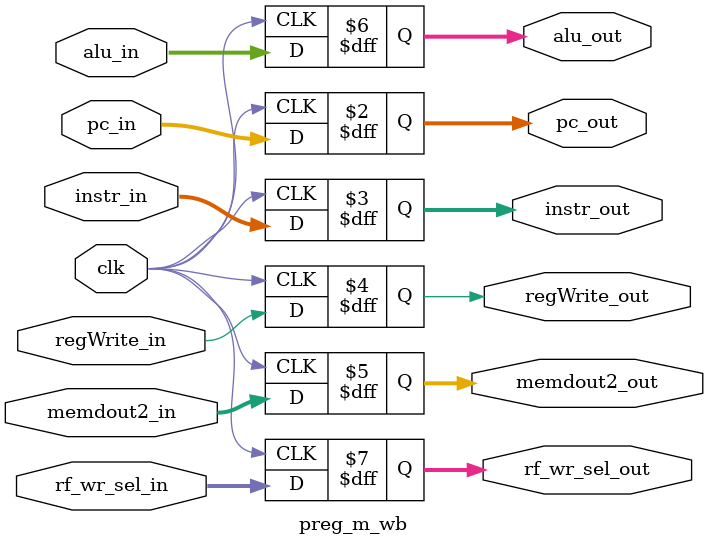
<source format=sv>
`timescale 1ns / 1ps

module preg_m_wb(
    input clk,
    input [31:0] pc_in,
    input [31:0] instr_in,
    input regWrite_in,
    input [31:0] memdout2_in,
    input [31:0] alu_in,
    input [1:0] rf_wr_sel_in,
    output reg [31:0] pc_out,
    output reg [31:0] instr_out,
    output reg regWrite_out,
    output reg [31:0] memdout2_out,
    output reg [31:0] alu_out,
    output reg [1:0] rf_wr_sel_out
    );
    
    always @ (posedge clk) begin
        pc_out = pc_in;
        regWrite_out = regWrite_in;
        instr_out = instr_in;
        rf_wr_sel_out = rf_wr_sel_in;
        memdout2_out = memdout2_in;
        alu_out = alu_in;
    end
    
endmodule

</source>
